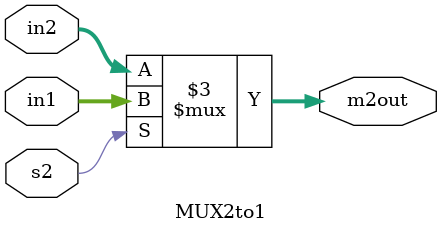
<source format=v>
module MUX2to1 (in1, in2, s2, m2out); 
parameter Data_width = 4;
input[Data_width-1:0] in1, in2;
input s2; 

output reg[Data_width-1:0] m2out;

always@ (in1, in2, s2) 
begin 
    if (s2)
        m2out = in1;
    else 
        m2out = in2;
end 
endmodule//MUX2
</source>
